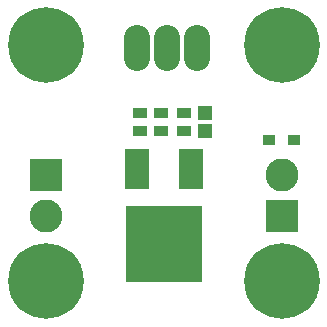
<source format=gts>
G04 #@! TF.FileFunction,Soldermask,Top*
%FSLAX46Y46*%
G04 Gerber Fmt 4.6, Leading zero omitted, Abs format (unit mm)*
G04 Created by KiCad (PCBNEW 4.0.2-stable) date 04/06/2016 14:34:18*
%MOMM*%
G01*
G04 APERTURE LIST*
%ADD10C,0.100000*%
%ADD11R,0.990000X0.850000*%
%ADD12O,2.200860X3.900120*%
%ADD13R,1.197560X1.197560*%
%ADD14C,6.400000*%
%ADD15R,2.051000X3.448000*%
%ADD16R,6.496000X6.496000*%
%ADD17R,1.300000X0.900000*%
%ADD18C,2.800000*%
%ADD19R,2.800000X2.800000*%
G04 APERTURE END LIST*
D10*
D11*
X159555000Y-103000000D03*
X157445000Y-103000000D03*
D12*
X146210000Y-95250000D03*
X148750000Y-95250000D03*
X151290000Y-95250000D03*
D13*
X152000000Y-102249300D03*
X152000000Y-100750700D03*
D14*
X138500000Y-115000000D03*
X158500000Y-115000000D03*
X158500000Y-95000000D03*
X138500000Y-95000000D03*
D15*
X150786000Y-105500000D03*
D16*
X148500000Y-111850000D03*
D15*
X146214000Y-105500000D03*
D17*
X148250000Y-102250000D03*
X148250000Y-100750000D03*
X146500000Y-100750000D03*
X146500000Y-102250000D03*
X150250000Y-102250000D03*
X150250000Y-100750000D03*
D18*
X138500000Y-109500000D03*
D19*
X138500000Y-106000000D03*
D18*
X158500000Y-106000000D03*
D19*
X158500000Y-109500000D03*
M02*

</source>
